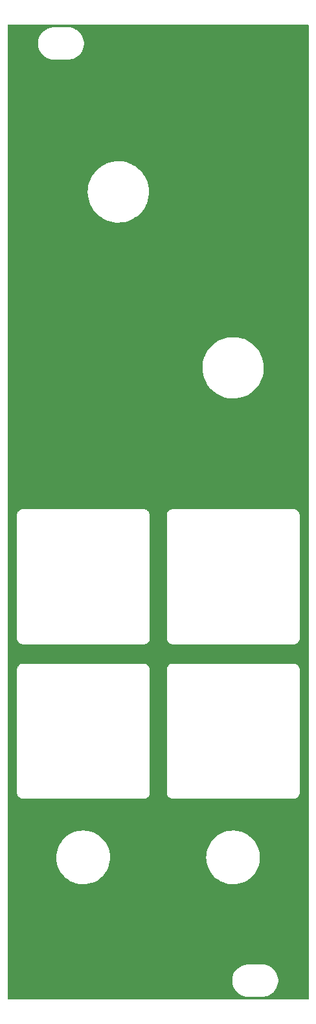
<source format=gbr>
%TF.GenerationSoftware,KiCad,Pcbnew,(6.0.11)*%
%TF.CreationDate,2023-03-02T10:52:13+00:00*%
%TF.ProjectId,Quilter_Panel,5175696c-7465-4725-9f50-616e656c2e6b,rev?*%
%TF.SameCoordinates,Original*%
%TF.FileFunction,Copper,L2,Bot*%
%TF.FilePolarity,Positive*%
%FSLAX46Y46*%
G04 Gerber Fmt 4.6, Leading zero omitted, Abs format (unit mm)*
G04 Created by KiCad (PCBNEW (6.0.11)) date 2023-03-02 10:52:13*
%MOMM*%
%LPD*%
G01*
G04 APERTURE LIST*
G04 APERTURE END LIST*
%TA.AperFunction,NonConductor*%
G36*
X89833621Y-31728502D02*
G01*
X89880114Y-31782158D01*
X89891500Y-31834500D01*
X89891500Y-159065500D01*
X89871498Y-159133621D01*
X89817842Y-159180114D01*
X89765500Y-159191500D01*
X50634500Y-159191500D01*
X50566379Y-159171498D01*
X50519886Y-159117842D01*
X50508500Y-159065500D01*
X50508500Y-156832703D01*
X79890743Y-156832703D01*
X79928268Y-157117734D01*
X80004129Y-157395036D01*
X80116923Y-157659476D01*
X80264561Y-157906161D01*
X80444313Y-158130528D01*
X80652851Y-158328423D01*
X80886317Y-158496186D01*
X80890112Y-158498195D01*
X80890113Y-158498196D01*
X80911869Y-158509715D01*
X81140392Y-158630712D01*
X81410373Y-158729511D01*
X81691264Y-158790755D01*
X81719841Y-158793004D01*
X81914282Y-158808307D01*
X81914291Y-158808307D01*
X81916739Y-158808500D01*
X83872271Y-158808500D01*
X83874407Y-158808354D01*
X83874418Y-158808354D01*
X84082548Y-158794165D01*
X84082554Y-158794164D01*
X84086825Y-158793873D01*
X84091020Y-158793004D01*
X84091022Y-158793004D01*
X84227583Y-158764724D01*
X84368342Y-158735574D01*
X84639343Y-158639607D01*
X84894812Y-158507750D01*
X84898313Y-158505289D01*
X84898317Y-158505287D01*
X85012418Y-158425095D01*
X85130023Y-158342441D01*
X85340622Y-158146740D01*
X85522713Y-157924268D01*
X85672927Y-157679142D01*
X85788483Y-157415898D01*
X85867244Y-157139406D01*
X85907751Y-156854784D01*
X85907845Y-156836951D01*
X85909235Y-156571583D01*
X85909235Y-156571576D01*
X85909257Y-156567297D01*
X85871732Y-156282266D01*
X85795871Y-156004964D01*
X85683077Y-155740524D01*
X85535439Y-155493839D01*
X85355687Y-155269472D01*
X85147149Y-155071577D01*
X84913683Y-154903814D01*
X84891843Y-154892250D01*
X84868654Y-154879972D01*
X84659608Y-154769288D01*
X84389627Y-154670489D01*
X84108736Y-154609245D01*
X84077685Y-154606801D01*
X83885718Y-154591693D01*
X83885709Y-154591693D01*
X83883261Y-154591500D01*
X81927729Y-154591500D01*
X81925593Y-154591646D01*
X81925582Y-154591646D01*
X81717452Y-154605835D01*
X81717446Y-154605836D01*
X81713175Y-154606127D01*
X81708980Y-154606996D01*
X81708978Y-154606996D01*
X81572417Y-154635276D01*
X81431658Y-154664426D01*
X81160657Y-154760393D01*
X80905188Y-154892250D01*
X80901687Y-154894711D01*
X80901683Y-154894713D01*
X80891594Y-154901804D01*
X80669977Y-155057559D01*
X80459378Y-155253260D01*
X80277287Y-155475732D01*
X80127073Y-155720858D01*
X80011517Y-155984102D01*
X79932756Y-156260594D01*
X79892249Y-156545216D01*
X79892227Y-156549505D01*
X79892226Y-156549512D01*
X79890765Y-156828417D01*
X79890743Y-156832703D01*
X50508500Y-156832703D01*
X50508500Y-140691972D01*
X56887724Y-140691972D01*
X56887990Y-140695313D01*
X56887990Y-140695318D01*
X56902829Y-140881777D01*
X56917384Y-141064680D01*
X56918004Y-141067975D01*
X56918004Y-141067978D01*
X56953286Y-141255596D01*
X56986482Y-141432126D01*
X57094234Y-141790149D01*
X57239422Y-142134694D01*
X57420400Y-142461861D01*
X57422321Y-142464599D01*
X57422327Y-142464609D01*
X57633197Y-142765202D01*
X57635120Y-142767943D01*
X57881149Y-143049476D01*
X58155702Y-143303270D01*
X58455670Y-143526452D01*
X58458557Y-143528156D01*
X58774764Y-143714789D01*
X58774769Y-143714792D01*
X58777655Y-143716495D01*
X59118013Y-143871246D01*
X59299521Y-143931450D01*
X59469696Y-143987895D01*
X59469703Y-143987897D01*
X59472887Y-143988953D01*
X59476172Y-143989666D01*
X59476171Y-143989666D01*
X59834981Y-144067572D01*
X59834984Y-144067572D01*
X59838261Y-144068284D01*
X60033587Y-144089331D01*
X60207477Y-144108068D01*
X60207485Y-144108069D01*
X60209995Y-144108339D01*
X60212515Y-144108407D01*
X60212527Y-144108408D01*
X60214515Y-144108461D01*
X60215945Y-144108500D01*
X60493461Y-144108500D01*
X60495127Y-144108411D01*
X60495136Y-144108411D01*
X60770022Y-144093764D01*
X60770028Y-144093763D01*
X60773357Y-144093586D01*
X60776649Y-144093056D01*
X60776656Y-144093055D01*
X61139170Y-144034665D01*
X61139171Y-144034665D01*
X61142485Y-144034131D01*
X61145725Y-144033248D01*
X61145728Y-144033247D01*
X61499960Y-143936672D01*
X61499961Y-143936672D01*
X61503206Y-143935787D01*
X61851434Y-143799669D01*
X62183226Y-143627317D01*
X62494824Y-143420683D01*
X62782700Y-143182108D01*
X63043595Y-142914292D01*
X63156574Y-142770464D01*
X63272481Y-142622907D01*
X63272482Y-142622905D01*
X63274553Y-142620269D01*
X63472959Y-142303369D01*
X63636566Y-141967179D01*
X63763523Y-141615507D01*
X63852390Y-141252336D01*
X63902163Y-140881777D01*
X63907299Y-140691972D01*
X76487724Y-140691972D01*
X76487990Y-140695313D01*
X76487990Y-140695318D01*
X76502829Y-140881777D01*
X76517384Y-141064680D01*
X76518004Y-141067975D01*
X76518004Y-141067978D01*
X76553286Y-141255596D01*
X76586482Y-141432126D01*
X76694234Y-141790149D01*
X76839422Y-142134694D01*
X77020400Y-142461861D01*
X77022321Y-142464599D01*
X77022327Y-142464609D01*
X77233197Y-142765202D01*
X77235120Y-142767943D01*
X77481149Y-143049476D01*
X77755702Y-143303270D01*
X78055670Y-143526452D01*
X78058557Y-143528156D01*
X78374764Y-143714789D01*
X78374769Y-143714792D01*
X78377655Y-143716495D01*
X78718013Y-143871246D01*
X78899521Y-143931450D01*
X79069696Y-143987895D01*
X79069703Y-143987897D01*
X79072887Y-143988953D01*
X79076172Y-143989666D01*
X79076171Y-143989666D01*
X79434981Y-144067572D01*
X79434984Y-144067572D01*
X79438261Y-144068284D01*
X79633587Y-144089331D01*
X79807477Y-144108068D01*
X79807485Y-144108069D01*
X79809995Y-144108339D01*
X79812515Y-144108407D01*
X79812527Y-144108408D01*
X79814515Y-144108461D01*
X79815945Y-144108500D01*
X80093461Y-144108500D01*
X80095127Y-144108411D01*
X80095136Y-144108411D01*
X80370022Y-144093764D01*
X80370028Y-144093763D01*
X80373357Y-144093586D01*
X80376649Y-144093056D01*
X80376656Y-144093055D01*
X80739170Y-144034665D01*
X80739171Y-144034665D01*
X80742485Y-144034131D01*
X80745725Y-144033248D01*
X80745728Y-144033247D01*
X81099960Y-143936672D01*
X81099961Y-143936672D01*
X81103206Y-143935787D01*
X81451434Y-143799669D01*
X81783226Y-143627317D01*
X82094824Y-143420683D01*
X82382700Y-143182108D01*
X82643595Y-142914292D01*
X82756574Y-142770464D01*
X82872481Y-142622907D01*
X82872482Y-142622905D01*
X82874553Y-142620269D01*
X83072959Y-142303369D01*
X83236566Y-141967179D01*
X83363523Y-141615507D01*
X83452390Y-141252336D01*
X83502163Y-140881777D01*
X83512276Y-140508028D01*
X83512010Y-140504682D01*
X83482883Y-140138669D01*
X83482882Y-140138660D01*
X83482616Y-140135320D01*
X83447952Y-139950984D01*
X83414136Y-139771158D01*
X83414134Y-139771150D01*
X83413518Y-139767874D01*
X83305766Y-139409851D01*
X83160578Y-139065306D01*
X82979600Y-138738139D01*
X82977679Y-138735401D01*
X82977673Y-138735391D01*
X82766803Y-138434798D01*
X82766802Y-138434796D01*
X82764880Y-138432057D01*
X82518851Y-138150524D01*
X82244298Y-137896730D01*
X81944330Y-137673548D01*
X81770823Y-137571140D01*
X81625236Y-137485211D01*
X81625231Y-137485208D01*
X81622345Y-137483505D01*
X81281987Y-137328754D01*
X81084735Y-137263328D01*
X80930304Y-137212105D01*
X80930297Y-137212103D01*
X80927113Y-137211047D01*
X80716578Y-137165335D01*
X80565019Y-137132428D01*
X80565016Y-137132428D01*
X80561739Y-137131716D01*
X80325270Y-137106236D01*
X80192523Y-137091932D01*
X80192515Y-137091931D01*
X80190005Y-137091661D01*
X80187485Y-137091593D01*
X80187473Y-137091592D01*
X80185485Y-137091539D01*
X80184055Y-137091500D01*
X79906539Y-137091500D01*
X79904873Y-137091589D01*
X79904864Y-137091589D01*
X79629978Y-137106236D01*
X79629972Y-137106237D01*
X79626643Y-137106414D01*
X79623351Y-137106944D01*
X79623344Y-137106945D01*
X79260830Y-137165335D01*
X79257515Y-137165869D01*
X79254275Y-137166752D01*
X79254272Y-137166753D01*
X78900040Y-137263328D01*
X78896794Y-137264213D01*
X78548566Y-137400331D01*
X78216774Y-137572683D01*
X77905176Y-137779317D01*
X77617300Y-138017892D01*
X77356405Y-138285708D01*
X77354338Y-138288340D01*
X77354334Y-138288344D01*
X77241446Y-138432057D01*
X77125447Y-138579731D01*
X76927041Y-138896631D01*
X76763434Y-139232821D01*
X76636477Y-139584493D01*
X76547610Y-139947664D01*
X76497837Y-140318223D01*
X76487724Y-140691972D01*
X63907299Y-140691972D01*
X63912276Y-140508028D01*
X63912010Y-140504682D01*
X63882883Y-140138669D01*
X63882882Y-140138660D01*
X63882616Y-140135320D01*
X63847952Y-139950984D01*
X63814136Y-139771158D01*
X63814134Y-139771150D01*
X63813518Y-139767874D01*
X63705766Y-139409851D01*
X63560578Y-139065306D01*
X63379600Y-138738139D01*
X63377679Y-138735401D01*
X63377673Y-138735391D01*
X63166803Y-138434798D01*
X63166802Y-138434796D01*
X63164880Y-138432057D01*
X62918851Y-138150524D01*
X62644298Y-137896730D01*
X62344330Y-137673548D01*
X62170823Y-137571140D01*
X62025236Y-137485211D01*
X62025231Y-137485208D01*
X62022345Y-137483505D01*
X61681987Y-137328754D01*
X61484735Y-137263328D01*
X61330304Y-137212105D01*
X61330297Y-137212103D01*
X61327113Y-137211047D01*
X61116578Y-137165335D01*
X60965019Y-137132428D01*
X60965016Y-137132428D01*
X60961739Y-137131716D01*
X60725270Y-137106236D01*
X60592523Y-137091932D01*
X60592515Y-137091931D01*
X60590005Y-137091661D01*
X60587485Y-137091593D01*
X60587473Y-137091592D01*
X60585485Y-137091539D01*
X60584055Y-137091500D01*
X60306539Y-137091500D01*
X60304873Y-137091589D01*
X60304864Y-137091589D01*
X60029978Y-137106236D01*
X60029972Y-137106237D01*
X60026643Y-137106414D01*
X60023351Y-137106944D01*
X60023344Y-137106945D01*
X59660830Y-137165335D01*
X59657515Y-137165869D01*
X59654275Y-137166752D01*
X59654272Y-137166753D01*
X59300040Y-137263328D01*
X59296794Y-137264213D01*
X58948566Y-137400331D01*
X58616774Y-137572683D01*
X58305176Y-137779317D01*
X58017300Y-138017892D01*
X57756405Y-138285708D01*
X57754338Y-138288340D01*
X57754334Y-138288344D01*
X57641446Y-138432057D01*
X57525447Y-138579731D01*
X57327041Y-138896631D01*
X57163434Y-139232821D01*
X57036477Y-139584493D01*
X56947610Y-139947664D01*
X56897837Y-140318223D01*
X56887724Y-140691972D01*
X50508500Y-140691972D01*
X50508500Y-116081148D01*
X51726272Y-116081148D01*
X51726454Y-116093699D01*
X51727271Y-116098489D01*
X51729707Y-116112775D01*
X51731500Y-116133956D01*
X51731500Y-132057127D01*
X51729066Y-132081772D01*
X51727037Y-132091946D01*
X51726505Y-132104488D01*
X51727049Y-132109320D01*
X51729618Y-132132156D01*
X51730122Y-132137754D01*
X51738438Y-132260885D01*
X51740036Y-132266826D01*
X51740036Y-132266828D01*
X51743252Y-132278785D01*
X51779136Y-132412219D01*
X51848426Y-132552781D01*
X51852165Y-132557666D01*
X51939932Y-132672339D01*
X51939935Y-132672343D01*
X51943673Y-132677226D01*
X51948290Y-132681294D01*
X51948291Y-132681295D01*
X51981698Y-132710728D01*
X52061256Y-132780824D01*
X52196707Y-132859638D01*
X52344877Y-132910672D01*
X52350981Y-132911510D01*
X52448843Y-132924945D01*
X52457409Y-132926424D01*
X52475181Y-132930127D01*
X52487543Y-132932703D01*
X52492399Y-132932951D01*
X52492400Y-132932951D01*
X52492713Y-132932967D01*
X52500080Y-132933343D01*
X52540231Y-132929174D01*
X52553245Y-132928500D01*
X68207878Y-132928500D01*
X68227477Y-132930723D01*
X68227566Y-132930127D01*
X68232392Y-132930849D01*
X68237127Y-132931937D01*
X68241975Y-132932284D01*
X68241978Y-132932284D01*
X68244787Y-132932485D01*
X68244793Y-132932485D01*
X68249648Y-132932832D01*
X68254495Y-132932428D01*
X68254507Y-132932428D01*
X68268354Y-132931274D01*
X68273222Y-132930963D01*
X68409517Y-132924908D01*
X68409520Y-132924908D01*
X68416039Y-132924618D01*
X68577311Y-132883194D01*
X68631311Y-132856544D01*
X68720769Y-132812395D01*
X68720772Y-132812393D01*
X68726624Y-132809505D01*
X68759219Y-132783921D01*
X68777587Y-132769504D01*
X68857602Y-132706698D01*
X68964651Y-132579163D01*
X69043200Y-132432348D01*
X69089893Y-132272522D01*
X69099088Y-132153672D01*
X69099949Y-132145786D01*
X69103728Y-132119042D01*
X69103551Y-132106490D01*
X69100285Y-132087295D01*
X69098500Y-132066160D01*
X69098500Y-116126104D01*
X69099808Y-116107999D01*
X69103027Y-116085829D01*
X69103707Y-116081148D01*
X71326272Y-116081148D01*
X71326454Y-116093699D01*
X71327271Y-116098489D01*
X71329707Y-116112775D01*
X71331500Y-116133956D01*
X71331500Y-132057127D01*
X71329066Y-132081772D01*
X71327037Y-132091946D01*
X71326505Y-132104488D01*
X71327049Y-132109320D01*
X71329618Y-132132156D01*
X71330122Y-132137754D01*
X71338438Y-132260885D01*
X71340036Y-132266826D01*
X71340036Y-132266828D01*
X71343252Y-132278785D01*
X71379136Y-132412219D01*
X71448426Y-132552781D01*
X71452165Y-132557666D01*
X71539932Y-132672339D01*
X71539935Y-132672343D01*
X71543673Y-132677226D01*
X71548290Y-132681294D01*
X71548291Y-132681295D01*
X71581698Y-132710728D01*
X71661256Y-132780824D01*
X71796707Y-132859638D01*
X71944877Y-132910672D01*
X71950981Y-132911510D01*
X72048843Y-132924945D01*
X72057409Y-132926424D01*
X72075181Y-132930127D01*
X72087543Y-132932703D01*
X72092399Y-132932951D01*
X72092400Y-132932951D01*
X72092713Y-132932967D01*
X72100080Y-132933343D01*
X72140231Y-132929174D01*
X72153245Y-132928500D01*
X87807878Y-132928500D01*
X87827477Y-132930723D01*
X87827566Y-132930127D01*
X87832392Y-132930849D01*
X87837127Y-132931937D01*
X87841975Y-132932284D01*
X87841978Y-132932284D01*
X87844787Y-132932485D01*
X87844793Y-132932485D01*
X87849648Y-132932832D01*
X87854495Y-132932428D01*
X87854507Y-132932428D01*
X87868354Y-132931274D01*
X87873222Y-132930963D01*
X88009517Y-132924908D01*
X88009520Y-132924908D01*
X88016039Y-132924618D01*
X88177311Y-132883194D01*
X88231311Y-132856544D01*
X88320769Y-132812395D01*
X88320772Y-132812393D01*
X88326624Y-132809505D01*
X88359219Y-132783921D01*
X88377587Y-132769504D01*
X88457602Y-132706698D01*
X88564651Y-132579163D01*
X88643200Y-132432348D01*
X88689893Y-132272522D01*
X88699088Y-132153672D01*
X88699949Y-132145786D01*
X88703728Y-132119042D01*
X88703551Y-132106490D01*
X88700285Y-132087295D01*
X88698500Y-132066160D01*
X88698500Y-116126104D01*
X88699808Y-116107999D01*
X88703027Y-116085829D01*
X88703728Y-116081001D01*
X88703599Y-116068449D01*
X88699523Y-116043930D01*
X88698725Y-116038359D01*
X88684022Y-115916325D01*
X88684021Y-115916321D01*
X88683287Y-115910228D01*
X88660266Y-115839518D01*
X88635845Y-115764509D01*
X88635844Y-115764506D01*
X88633942Y-115758665D01*
X88630944Y-115753300D01*
X88559184Y-115624885D01*
X88559181Y-115624880D01*
X88556187Y-115619523D01*
X88452963Y-115498069D01*
X88328178Y-115398898D01*
X88322724Y-115396081D01*
X88322720Y-115396079D01*
X88192006Y-115328579D01*
X88192007Y-115328579D01*
X88186553Y-115325763D01*
X88033448Y-115281432D01*
X87925051Y-115271979D01*
X87916391Y-115270920D01*
X87887197Y-115266321D01*
X87882335Y-115266312D01*
X87882329Y-115266312D01*
X87880927Y-115266310D01*
X87874644Y-115266299D01*
X87869837Y-115267039D01*
X87869832Y-115267039D01*
X87850370Y-115270034D01*
X87831208Y-115271500D01*
X72159800Y-115271500D01*
X72144183Y-115270528D01*
X72115595Y-115266957D01*
X72115592Y-115266957D01*
X72110766Y-115266354D01*
X72098219Y-115266733D01*
X72083280Y-115269524D01*
X72072494Y-115271538D01*
X72066891Y-115272454D01*
X72042243Y-115275917D01*
X71943586Y-115289780D01*
X71937798Y-115291788D01*
X71937795Y-115291789D01*
X71869798Y-115315383D01*
X71796010Y-115340986D01*
X71661104Y-115419734D01*
X71543949Y-115523058D01*
X71540228Y-115527916D01*
X71540225Y-115527919D01*
X71452688Y-115642196D01*
X71452685Y-115642201D01*
X71448959Y-115647065D01*
X71379711Y-115787085D01*
X71338813Y-115937844D01*
X71331627Y-116039570D01*
X71329944Y-116039451D01*
X71330146Y-116041301D01*
X71331498Y-116041397D01*
X71331426Y-116042413D01*
X71330855Y-116047806D01*
X71330906Y-116048268D01*
X71330653Y-116050062D01*
X71330606Y-116050167D01*
X71330508Y-116051089D01*
X71326272Y-116081148D01*
X69103707Y-116081148D01*
X69103728Y-116081001D01*
X69103599Y-116068449D01*
X69099523Y-116043930D01*
X69098725Y-116038359D01*
X69084022Y-115916325D01*
X69084021Y-115916321D01*
X69083287Y-115910228D01*
X69060266Y-115839518D01*
X69035845Y-115764509D01*
X69035844Y-115764506D01*
X69033942Y-115758665D01*
X69030944Y-115753300D01*
X68959184Y-115624885D01*
X68959181Y-115624880D01*
X68956187Y-115619523D01*
X68852963Y-115498069D01*
X68728178Y-115398898D01*
X68722724Y-115396081D01*
X68722720Y-115396079D01*
X68592006Y-115328579D01*
X68592007Y-115328579D01*
X68586553Y-115325763D01*
X68433448Y-115281432D01*
X68325051Y-115271979D01*
X68316391Y-115270920D01*
X68287197Y-115266321D01*
X68282335Y-115266312D01*
X68282329Y-115266312D01*
X68280927Y-115266310D01*
X68274644Y-115266299D01*
X68269837Y-115267039D01*
X68269832Y-115267039D01*
X68250370Y-115270034D01*
X68231208Y-115271500D01*
X52559800Y-115271500D01*
X52544183Y-115270528D01*
X52515595Y-115266957D01*
X52515592Y-115266957D01*
X52510766Y-115266354D01*
X52498219Y-115266733D01*
X52483280Y-115269524D01*
X52472494Y-115271538D01*
X52466891Y-115272454D01*
X52442243Y-115275917D01*
X52343586Y-115289780D01*
X52337798Y-115291788D01*
X52337795Y-115291789D01*
X52269798Y-115315383D01*
X52196010Y-115340986D01*
X52061104Y-115419734D01*
X51943949Y-115523058D01*
X51940228Y-115527916D01*
X51940225Y-115527919D01*
X51852688Y-115642196D01*
X51852685Y-115642201D01*
X51848959Y-115647065D01*
X51779711Y-115787085D01*
X51738813Y-115937844D01*
X51731627Y-116039570D01*
X51729944Y-116039451D01*
X51730146Y-116041301D01*
X51731498Y-116041397D01*
X51731426Y-116042413D01*
X51730855Y-116047806D01*
X51730906Y-116048268D01*
X51730653Y-116050062D01*
X51730606Y-116050167D01*
X51730508Y-116051089D01*
X51726272Y-116081148D01*
X50508500Y-116081148D01*
X50508500Y-95881148D01*
X51726272Y-95881148D01*
X51726454Y-95893699D01*
X51727271Y-95898489D01*
X51729707Y-95912775D01*
X51731500Y-95933956D01*
X51731500Y-111857127D01*
X51729066Y-111881772D01*
X51727037Y-111891946D01*
X51726505Y-111904488D01*
X51727049Y-111909320D01*
X51729618Y-111932156D01*
X51730122Y-111937754D01*
X51738438Y-112060885D01*
X51740036Y-112066826D01*
X51740036Y-112066828D01*
X51743252Y-112078785D01*
X51779136Y-112212219D01*
X51848426Y-112352781D01*
X51852165Y-112357666D01*
X51939932Y-112472339D01*
X51939935Y-112472343D01*
X51943673Y-112477226D01*
X51948290Y-112481294D01*
X51948291Y-112481295D01*
X51981698Y-112510728D01*
X52061256Y-112580824D01*
X52196707Y-112659638D01*
X52344877Y-112710672D01*
X52350981Y-112711510D01*
X52448843Y-112724945D01*
X52457409Y-112726424D01*
X52475181Y-112730127D01*
X52487543Y-112732703D01*
X52492399Y-112732951D01*
X52492400Y-112732951D01*
X52492713Y-112732967D01*
X52500080Y-112733343D01*
X52540231Y-112729174D01*
X52553245Y-112728500D01*
X68207878Y-112728500D01*
X68227477Y-112730723D01*
X68227566Y-112730127D01*
X68232392Y-112730849D01*
X68237127Y-112731937D01*
X68241975Y-112732284D01*
X68241978Y-112732284D01*
X68244787Y-112732485D01*
X68244793Y-112732485D01*
X68249648Y-112732832D01*
X68254495Y-112732428D01*
X68254507Y-112732428D01*
X68268354Y-112731274D01*
X68273222Y-112730963D01*
X68409517Y-112724908D01*
X68409520Y-112724908D01*
X68416039Y-112724618D01*
X68577311Y-112683194D01*
X68631311Y-112656544D01*
X68720769Y-112612395D01*
X68720772Y-112612393D01*
X68726624Y-112609505D01*
X68759219Y-112583921D01*
X68777587Y-112569504D01*
X68857602Y-112506698D01*
X68964651Y-112379163D01*
X69043200Y-112232348D01*
X69089893Y-112072522D01*
X69099088Y-111953672D01*
X69099949Y-111945786D01*
X69103728Y-111919042D01*
X69103551Y-111906490D01*
X69100285Y-111887295D01*
X69098500Y-111866160D01*
X69098500Y-95926104D01*
X69099808Y-95907999D01*
X69103027Y-95885829D01*
X69103707Y-95881148D01*
X71326272Y-95881148D01*
X71326454Y-95893699D01*
X71327271Y-95898489D01*
X71329707Y-95912775D01*
X71331500Y-95933956D01*
X71331500Y-111857127D01*
X71329066Y-111881772D01*
X71327037Y-111891946D01*
X71326505Y-111904488D01*
X71327049Y-111909320D01*
X71329618Y-111932156D01*
X71330122Y-111937754D01*
X71338438Y-112060885D01*
X71340036Y-112066826D01*
X71340036Y-112066828D01*
X71343252Y-112078785D01*
X71379136Y-112212219D01*
X71448426Y-112352781D01*
X71452165Y-112357666D01*
X71539932Y-112472339D01*
X71539935Y-112472343D01*
X71543673Y-112477226D01*
X71548290Y-112481294D01*
X71548291Y-112481295D01*
X71581698Y-112510728D01*
X71661256Y-112580824D01*
X71796707Y-112659638D01*
X71944877Y-112710672D01*
X71950981Y-112711510D01*
X72048843Y-112724945D01*
X72057409Y-112726424D01*
X72075181Y-112730127D01*
X72087543Y-112732703D01*
X72092399Y-112732951D01*
X72092400Y-112732951D01*
X72092713Y-112732967D01*
X72100080Y-112733343D01*
X72140231Y-112729174D01*
X72153245Y-112728500D01*
X87807878Y-112728500D01*
X87827477Y-112730723D01*
X87827566Y-112730127D01*
X87832392Y-112730849D01*
X87837127Y-112731937D01*
X87841975Y-112732284D01*
X87841978Y-112732284D01*
X87844787Y-112732485D01*
X87844793Y-112732485D01*
X87849648Y-112732832D01*
X87854495Y-112732428D01*
X87854507Y-112732428D01*
X87868354Y-112731274D01*
X87873222Y-112730963D01*
X88009517Y-112724908D01*
X88009520Y-112724908D01*
X88016039Y-112724618D01*
X88177311Y-112683194D01*
X88231311Y-112656544D01*
X88320769Y-112612395D01*
X88320772Y-112612393D01*
X88326624Y-112609505D01*
X88359219Y-112583921D01*
X88377587Y-112569504D01*
X88457602Y-112506698D01*
X88564651Y-112379163D01*
X88643200Y-112232348D01*
X88689893Y-112072522D01*
X88699088Y-111953672D01*
X88699949Y-111945786D01*
X88703728Y-111919042D01*
X88703551Y-111906490D01*
X88700285Y-111887295D01*
X88698500Y-111866160D01*
X88698500Y-95926104D01*
X88699808Y-95907999D01*
X88703027Y-95885829D01*
X88703728Y-95881001D01*
X88703599Y-95868449D01*
X88699523Y-95843930D01*
X88698725Y-95838359D01*
X88684022Y-95716325D01*
X88684021Y-95716321D01*
X88683287Y-95710228D01*
X88660266Y-95639518D01*
X88635845Y-95564509D01*
X88635844Y-95564506D01*
X88633942Y-95558665D01*
X88630944Y-95553300D01*
X88559184Y-95424885D01*
X88559181Y-95424880D01*
X88556187Y-95419523D01*
X88452963Y-95298069D01*
X88328178Y-95198898D01*
X88322724Y-95196081D01*
X88322720Y-95196079D01*
X88192006Y-95128579D01*
X88192007Y-95128579D01*
X88186553Y-95125763D01*
X88033448Y-95081432D01*
X87925051Y-95071979D01*
X87916391Y-95070920D01*
X87887197Y-95066321D01*
X87882335Y-95066312D01*
X87882329Y-95066312D01*
X87880927Y-95066310D01*
X87874644Y-95066299D01*
X87869837Y-95067039D01*
X87869832Y-95067039D01*
X87850370Y-95070034D01*
X87831208Y-95071500D01*
X72159800Y-95071500D01*
X72144183Y-95070528D01*
X72115595Y-95066957D01*
X72115592Y-95066957D01*
X72110766Y-95066354D01*
X72098219Y-95066733D01*
X72083280Y-95069524D01*
X72072494Y-95071538D01*
X72066891Y-95072454D01*
X72042243Y-95075917D01*
X71943586Y-95089780D01*
X71937798Y-95091788D01*
X71937795Y-95091789D01*
X71869798Y-95115383D01*
X71796010Y-95140986D01*
X71661104Y-95219734D01*
X71543949Y-95323058D01*
X71540228Y-95327916D01*
X71540225Y-95327919D01*
X71452688Y-95442196D01*
X71452685Y-95442201D01*
X71448959Y-95447065D01*
X71379711Y-95587085D01*
X71338813Y-95737844D01*
X71331627Y-95839570D01*
X71329944Y-95839451D01*
X71330146Y-95841301D01*
X71331498Y-95841397D01*
X71331426Y-95842413D01*
X71330855Y-95847806D01*
X71330906Y-95848268D01*
X71330653Y-95850062D01*
X71330606Y-95850167D01*
X71330508Y-95851089D01*
X71326272Y-95881148D01*
X69103707Y-95881148D01*
X69103728Y-95881001D01*
X69103599Y-95868449D01*
X69099523Y-95843930D01*
X69098725Y-95838359D01*
X69084022Y-95716325D01*
X69084021Y-95716321D01*
X69083287Y-95710228D01*
X69060266Y-95639518D01*
X69035845Y-95564509D01*
X69035844Y-95564506D01*
X69033942Y-95558665D01*
X69030944Y-95553300D01*
X68959184Y-95424885D01*
X68959181Y-95424880D01*
X68956187Y-95419523D01*
X68852963Y-95298069D01*
X68728178Y-95198898D01*
X68722724Y-95196081D01*
X68722720Y-95196079D01*
X68592006Y-95128579D01*
X68592007Y-95128579D01*
X68586553Y-95125763D01*
X68433448Y-95081432D01*
X68325051Y-95071979D01*
X68316391Y-95070920D01*
X68287197Y-95066321D01*
X68282335Y-95066312D01*
X68282329Y-95066312D01*
X68280927Y-95066310D01*
X68274644Y-95066299D01*
X68269837Y-95067039D01*
X68269832Y-95067039D01*
X68250370Y-95070034D01*
X68231208Y-95071500D01*
X52559800Y-95071500D01*
X52544183Y-95070528D01*
X52515595Y-95066957D01*
X52515592Y-95066957D01*
X52510766Y-95066354D01*
X52498219Y-95066733D01*
X52483280Y-95069524D01*
X52472494Y-95071538D01*
X52466891Y-95072454D01*
X52442243Y-95075917D01*
X52343586Y-95089780D01*
X52337798Y-95091788D01*
X52337795Y-95091789D01*
X52269798Y-95115383D01*
X52196010Y-95140986D01*
X52061104Y-95219734D01*
X51943949Y-95323058D01*
X51940228Y-95327916D01*
X51940225Y-95327919D01*
X51852688Y-95442196D01*
X51852685Y-95442201D01*
X51848959Y-95447065D01*
X51779711Y-95587085D01*
X51738813Y-95737844D01*
X51731627Y-95839570D01*
X51729944Y-95839451D01*
X51730146Y-95841301D01*
X51731498Y-95841397D01*
X51731426Y-95842413D01*
X51730855Y-95847806D01*
X51730906Y-95848268D01*
X51730653Y-95850062D01*
X51730606Y-95850167D01*
X51730508Y-95851089D01*
X51726272Y-95881148D01*
X50508500Y-95881148D01*
X50508500Y-76684052D01*
X75987391Y-76684052D01*
X75987612Y-76687171D01*
X75987612Y-76687178D01*
X76003735Y-76914895D01*
X76015579Y-77082168D01*
X76083169Y-77475515D01*
X76189491Y-77860205D01*
X76190614Y-77863107D01*
X76190617Y-77863117D01*
X76272390Y-78074487D01*
X76333495Y-78232433D01*
X76513757Y-78588518D01*
X76515436Y-78591148D01*
X76515442Y-78591159D01*
X76641363Y-78788434D01*
X76728494Y-78924939D01*
X76730423Y-78927386D01*
X76730428Y-78927393D01*
X76875769Y-79111756D01*
X76975582Y-79238368D01*
X76977757Y-79240624D01*
X76977762Y-79240630D01*
X77102283Y-79369800D01*
X77252578Y-79525708D01*
X77254971Y-79527741D01*
X77554348Y-79782081D01*
X77554357Y-79782088D01*
X77556743Y-79784115D01*
X77559323Y-79785898D01*
X77882497Y-80009258D01*
X77882506Y-80009263D01*
X77885069Y-80011035D01*
X77887804Y-80012548D01*
X77887809Y-80012551D01*
X78054018Y-80104492D01*
X78234309Y-80204224D01*
X78237178Y-80205457D01*
X78237189Y-80205462D01*
X78598142Y-80360539D01*
X78601010Y-80361771D01*
X78603987Y-80362712D01*
X78603991Y-80362714D01*
X78734707Y-80404054D01*
X78981545Y-80482118D01*
X79372152Y-80564076D01*
X79375269Y-80564412D01*
X79375270Y-80564412D01*
X79766516Y-80606570D01*
X79766519Y-80606570D01*
X79768967Y-80606834D01*
X79771430Y-80606905D01*
X79771431Y-80606905D01*
X79774681Y-80606999D01*
X79826803Y-80608500D01*
X80100217Y-80608500D01*
X80101780Y-80608422D01*
X80101788Y-80608422D01*
X80199009Y-80603582D01*
X80398619Y-80593645D01*
X80401704Y-80593181D01*
X80401706Y-80593181D01*
X80790203Y-80534773D01*
X80793296Y-80534308D01*
X80796332Y-80533537D01*
X81177085Y-80436838D01*
X81177088Y-80436837D01*
X81180128Y-80436065D01*
X81183076Y-80434995D01*
X81552352Y-80300955D01*
X81552362Y-80300951D01*
X81555290Y-80299888D01*
X81915071Y-80127123D01*
X82255915Y-79919479D01*
X82432862Y-79785898D01*
X82571957Y-79680892D01*
X82571960Y-79680890D01*
X82574451Y-79679009D01*
X82576733Y-79676899D01*
X82576742Y-79676892D01*
X82865231Y-79410214D01*
X82867528Y-79408091D01*
X83132249Y-79109405D01*
X83365995Y-78785903D01*
X83566455Y-78440785D01*
X83661188Y-78232433D01*
X83730349Y-78080321D01*
X83731648Y-78077464D01*
X83806420Y-77857194D01*
X83858931Y-77702499D01*
X83858932Y-77702496D01*
X83859938Y-77699532D01*
X83860642Y-77696494D01*
X83860645Y-77696484D01*
X83949353Y-77313770D01*
X83949353Y-77313768D01*
X83950058Y-77310728D01*
X84001117Y-76914895D01*
X84012609Y-76515948D01*
X83996487Y-76288240D01*
X83984643Y-76120968D01*
X83984421Y-76117832D01*
X83916831Y-75724485D01*
X83810509Y-75339795D01*
X83809386Y-75336893D01*
X83809383Y-75336883D01*
X83667635Y-74970488D01*
X83666505Y-74967567D01*
X83486243Y-74611482D01*
X83484564Y-74608852D01*
X83484558Y-74608841D01*
X83273187Y-74277695D01*
X83271506Y-74275061D01*
X83269577Y-74272614D01*
X83269572Y-74272607D01*
X83026362Y-73964098D01*
X83024418Y-73961632D01*
X83022243Y-73959376D01*
X83022238Y-73959370D01*
X82897717Y-73830200D01*
X82747422Y-73674292D01*
X82566975Y-73520991D01*
X82445652Y-73417919D01*
X82445643Y-73417912D01*
X82443257Y-73415885D01*
X82378504Y-73371131D01*
X82117503Y-73190742D01*
X82117494Y-73190737D01*
X82114931Y-73188965D01*
X82112196Y-73187452D01*
X82112191Y-73187449D01*
X81902618Y-73071520D01*
X81765691Y-72995776D01*
X81762822Y-72994543D01*
X81762811Y-72994538D01*
X81401858Y-72839461D01*
X81401855Y-72839460D01*
X81398990Y-72838229D01*
X81396013Y-72837288D01*
X81396009Y-72837286D01*
X81265293Y-72795946D01*
X81018455Y-72717882D01*
X80627848Y-72635924D01*
X80624730Y-72635588D01*
X80233484Y-72593430D01*
X80233481Y-72593430D01*
X80231033Y-72593166D01*
X80228570Y-72593095D01*
X80228569Y-72593095D01*
X80225319Y-72593001D01*
X80173197Y-72591500D01*
X79899783Y-72591500D01*
X79898220Y-72591578D01*
X79898212Y-72591578D01*
X79800991Y-72596418D01*
X79601381Y-72606355D01*
X79598296Y-72606819D01*
X79598294Y-72606819D01*
X79246720Y-72659676D01*
X79206704Y-72665692D01*
X79203669Y-72666463D01*
X79203668Y-72666463D01*
X78822915Y-72763162D01*
X78822912Y-72763163D01*
X78819872Y-72763935D01*
X78816925Y-72765005D01*
X78816924Y-72765005D01*
X78447648Y-72899045D01*
X78447638Y-72899049D01*
X78444710Y-72900112D01*
X78084929Y-73072877D01*
X77744085Y-73280521D01*
X77741575Y-73282416D01*
X77564777Y-73415885D01*
X77425549Y-73520991D01*
X77423267Y-73523101D01*
X77423258Y-73523108D01*
X77261908Y-73672259D01*
X77132472Y-73791909D01*
X76867751Y-74090595D01*
X76634005Y-74414097D01*
X76433545Y-74759215D01*
X76432255Y-74762052D01*
X76432253Y-74762056D01*
X76337484Y-74970488D01*
X76268352Y-75122536D01*
X76267344Y-75125505D01*
X76267341Y-75125513D01*
X76141069Y-75497501D01*
X76140062Y-75500468D01*
X76139358Y-75503506D01*
X76139355Y-75503516D01*
X76050647Y-75886230D01*
X76049942Y-75889272D01*
X75998883Y-76285105D01*
X75987391Y-76684052D01*
X50508500Y-76684052D01*
X50508500Y-53684052D01*
X60987391Y-53684052D01*
X60987612Y-53687171D01*
X60987612Y-53687178D01*
X61003735Y-53914895D01*
X61015579Y-54082168D01*
X61083169Y-54475515D01*
X61189491Y-54860205D01*
X61190614Y-54863107D01*
X61190617Y-54863117D01*
X61272390Y-55074487D01*
X61333495Y-55232433D01*
X61513757Y-55588518D01*
X61515436Y-55591148D01*
X61515442Y-55591159D01*
X61641363Y-55788434D01*
X61728494Y-55924939D01*
X61730423Y-55927386D01*
X61730428Y-55927393D01*
X61875769Y-56111756D01*
X61975582Y-56238368D01*
X61977757Y-56240624D01*
X61977762Y-56240630D01*
X62102283Y-56369800D01*
X62252578Y-56525708D01*
X62254971Y-56527741D01*
X62554348Y-56782081D01*
X62554357Y-56782088D01*
X62556743Y-56784115D01*
X62559323Y-56785898D01*
X62882497Y-57009258D01*
X62882506Y-57009263D01*
X62885069Y-57011035D01*
X62887804Y-57012548D01*
X62887809Y-57012551D01*
X63054018Y-57104492D01*
X63234309Y-57204224D01*
X63237178Y-57205457D01*
X63237189Y-57205462D01*
X63598142Y-57360539D01*
X63601010Y-57361771D01*
X63603987Y-57362712D01*
X63603991Y-57362714D01*
X63734707Y-57404054D01*
X63981545Y-57482118D01*
X64372152Y-57564076D01*
X64375269Y-57564412D01*
X64375270Y-57564412D01*
X64766516Y-57606570D01*
X64766519Y-57606570D01*
X64768967Y-57606834D01*
X64771430Y-57606905D01*
X64771431Y-57606905D01*
X64774681Y-57606999D01*
X64826803Y-57608500D01*
X65100217Y-57608500D01*
X65101780Y-57608422D01*
X65101788Y-57608422D01*
X65199009Y-57603582D01*
X65398619Y-57593645D01*
X65401704Y-57593181D01*
X65401706Y-57593181D01*
X65790203Y-57534773D01*
X65793296Y-57534308D01*
X65796332Y-57533537D01*
X66177085Y-57436838D01*
X66177088Y-57436837D01*
X66180128Y-57436065D01*
X66183076Y-57434995D01*
X66552352Y-57300955D01*
X66552362Y-57300951D01*
X66555290Y-57299888D01*
X66915071Y-57127123D01*
X67255915Y-56919479D01*
X67432862Y-56785898D01*
X67571957Y-56680892D01*
X67571960Y-56680890D01*
X67574451Y-56679009D01*
X67576733Y-56676899D01*
X67576742Y-56676892D01*
X67865231Y-56410214D01*
X67867528Y-56408091D01*
X68132249Y-56109405D01*
X68365995Y-55785903D01*
X68566455Y-55440785D01*
X68661188Y-55232433D01*
X68730349Y-55080321D01*
X68731648Y-55077464D01*
X68806420Y-54857194D01*
X68858931Y-54702499D01*
X68858932Y-54702496D01*
X68859938Y-54699532D01*
X68860642Y-54696494D01*
X68860645Y-54696484D01*
X68949353Y-54313770D01*
X68949353Y-54313768D01*
X68950058Y-54310728D01*
X69001117Y-53914895D01*
X69012609Y-53515948D01*
X68996487Y-53288240D01*
X68984643Y-53120968D01*
X68984421Y-53117832D01*
X68916831Y-52724485D01*
X68810509Y-52339795D01*
X68809386Y-52336893D01*
X68809383Y-52336883D01*
X68667635Y-51970488D01*
X68666505Y-51967567D01*
X68486243Y-51611482D01*
X68484564Y-51608852D01*
X68484558Y-51608841D01*
X68273187Y-51277695D01*
X68271506Y-51275061D01*
X68269577Y-51272614D01*
X68269572Y-51272607D01*
X68026362Y-50964098D01*
X68024418Y-50961632D01*
X68022243Y-50959376D01*
X68022238Y-50959370D01*
X67897717Y-50830200D01*
X67747422Y-50674292D01*
X67566975Y-50520991D01*
X67445652Y-50417919D01*
X67445643Y-50417912D01*
X67443257Y-50415885D01*
X67378504Y-50371131D01*
X67117503Y-50190742D01*
X67117494Y-50190737D01*
X67114931Y-50188965D01*
X67112196Y-50187452D01*
X67112191Y-50187449D01*
X66902618Y-50071520D01*
X66765691Y-49995776D01*
X66762822Y-49994543D01*
X66762811Y-49994538D01*
X66401858Y-49839461D01*
X66401855Y-49839460D01*
X66398990Y-49838229D01*
X66396013Y-49837288D01*
X66396009Y-49837286D01*
X66265293Y-49795946D01*
X66018455Y-49717882D01*
X65627848Y-49635924D01*
X65624730Y-49635588D01*
X65233484Y-49593430D01*
X65233481Y-49593430D01*
X65231033Y-49593166D01*
X65228570Y-49593095D01*
X65228569Y-49593095D01*
X65225319Y-49593001D01*
X65173197Y-49591500D01*
X64899783Y-49591500D01*
X64898220Y-49591578D01*
X64898212Y-49591578D01*
X64800991Y-49596418D01*
X64601381Y-49606355D01*
X64598296Y-49606819D01*
X64598294Y-49606819D01*
X64246720Y-49659676D01*
X64206704Y-49665692D01*
X64203669Y-49666463D01*
X64203668Y-49666463D01*
X63822915Y-49763162D01*
X63822912Y-49763163D01*
X63819872Y-49763935D01*
X63816925Y-49765005D01*
X63816924Y-49765005D01*
X63447648Y-49899045D01*
X63447638Y-49899049D01*
X63444710Y-49900112D01*
X63084929Y-50072877D01*
X62744085Y-50280521D01*
X62741575Y-50282416D01*
X62564777Y-50415885D01*
X62425549Y-50520991D01*
X62423267Y-50523101D01*
X62423258Y-50523108D01*
X62261908Y-50672259D01*
X62132472Y-50791909D01*
X61867751Y-51090595D01*
X61634005Y-51414097D01*
X61433545Y-51759215D01*
X61432255Y-51762052D01*
X61432253Y-51762056D01*
X61337484Y-51970488D01*
X61268352Y-52122536D01*
X61267344Y-52125505D01*
X61267341Y-52125513D01*
X61141069Y-52497501D01*
X61140062Y-52500468D01*
X61139358Y-52503506D01*
X61139355Y-52503516D01*
X61050647Y-52886230D01*
X61049942Y-52889272D01*
X60998883Y-53285105D01*
X60987391Y-53684052D01*
X50508500Y-53684052D01*
X50508500Y-34332703D01*
X54490743Y-34332703D01*
X54528268Y-34617734D01*
X54604129Y-34895036D01*
X54716923Y-35159476D01*
X54864561Y-35406161D01*
X55044313Y-35630528D01*
X55252851Y-35828423D01*
X55486317Y-35996186D01*
X55490112Y-35998195D01*
X55490113Y-35998196D01*
X55511869Y-36009715D01*
X55740392Y-36130712D01*
X56010373Y-36229511D01*
X56291264Y-36290755D01*
X56319841Y-36293004D01*
X56514282Y-36308307D01*
X56514291Y-36308307D01*
X56516739Y-36308500D01*
X58472271Y-36308500D01*
X58474407Y-36308354D01*
X58474418Y-36308354D01*
X58682548Y-36294165D01*
X58682554Y-36294164D01*
X58686825Y-36293873D01*
X58691020Y-36293004D01*
X58691022Y-36293004D01*
X58827583Y-36264724D01*
X58968342Y-36235574D01*
X59239343Y-36139607D01*
X59494812Y-36007750D01*
X59498313Y-36005289D01*
X59498317Y-36005287D01*
X59612418Y-35925095D01*
X59730023Y-35842441D01*
X59940622Y-35646740D01*
X60122713Y-35424268D01*
X60272927Y-35179142D01*
X60388483Y-34915898D01*
X60467244Y-34639406D01*
X60507751Y-34354784D01*
X60507845Y-34336951D01*
X60509235Y-34071583D01*
X60509235Y-34071576D01*
X60509257Y-34067297D01*
X60471732Y-33782266D01*
X60395871Y-33504964D01*
X60283077Y-33240524D01*
X60135439Y-32993839D01*
X59955687Y-32769472D01*
X59747149Y-32571577D01*
X59513683Y-32403814D01*
X59491843Y-32392250D01*
X59468654Y-32379972D01*
X59259608Y-32269288D01*
X58989627Y-32170489D01*
X58708736Y-32109245D01*
X58677685Y-32106801D01*
X58485718Y-32091693D01*
X58485709Y-32091693D01*
X58483261Y-32091500D01*
X56527729Y-32091500D01*
X56525593Y-32091646D01*
X56525582Y-32091646D01*
X56317452Y-32105835D01*
X56317446Y-32105836D01*
X56313175Y-32106127D01*
X56308980Y-32106996D01*
X56308978Y-32106996D01*
X56172417Y-32135276D01*
X56031658Y-32164426D01*
X55760657Y-32260393D01*
X55505188Y-32392250D01*
X55501687Y-32394711D01*
X55501683Y-32394713D01*
X55491594Y-32401804D01*
X55269977Y-32557559D01*
X55059378Y-32753260D01*
X54877287Y-32975732D01*
X54727073Y-33220858D01*
X54611517Y-33484102D01*
X54532756Y-33760594D01*
X54492249Y-34045216D01*
X54492227Y-34049505D01*
X54492226Y-34049512D01*
X54490765Y-34328417D01*
X54490743Y-34332703D01*
X50508500Y-34332703D01*
X50508500Y-31834500D01*
X50528502Y-31766379D01*
X50582158Y-31719886D01*
X50634500Y-31708500D01*
X89765500Y-31708500D01*
X89833621Y-31728502D01*
G37*
%TD.AperFunction*%
M02*

</source>
